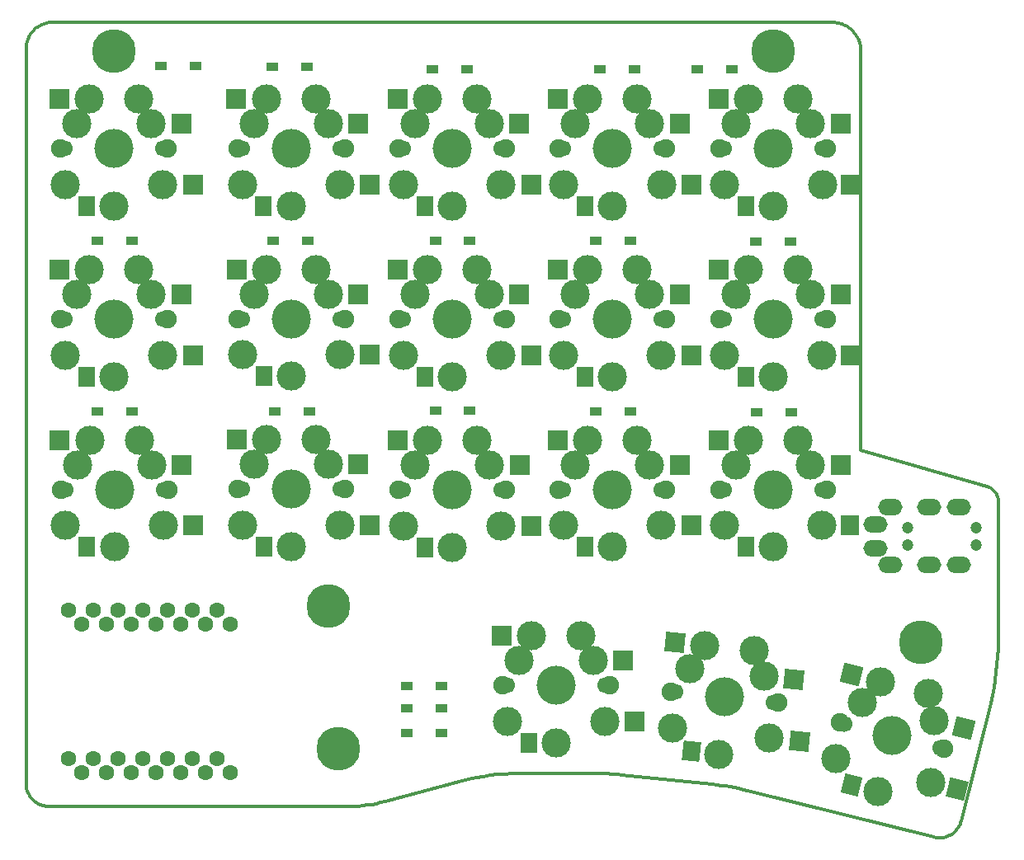
<source format=gts>
%TF.GenerationSoftware,KiCad,Pcbnew,(6.0.6)*%
%TF.CreationDate,2022-10-07T23:53:13+09:00*%
%TF.ProjectId,split-mini,73706c69-742d-46d6-996e-692e6b696361,rev?*%
%TF.SameCoordinates,Original*%
%TF.FileFunction,Soldermask,Top*%
%TF.FilePolarity,Negative*%
%FSLAX46Y46*%
G04 Gerber Fmt 4.6, Leading zero omitted, Abs format (unit mm)*
G04 Created by KiCad (PCBNEW (6.0.6)) date 2022-10-07 23:53:13*
%MOMM*%
%LPD*%
G01*
G04 APERTURE LIST*
G04 Aperture macros list*
%AMRotRect*
0 Rectangle, with rotation*
0 The origin of the aperture is its center*
0 $1 length*
0 $2 width*
0 $3 Rotation angle, in degrees counterclockwise*
0 Add horizontal line*
21,1,$1,$2,0,0,$3*%
G04 Aperture macros list end*
%TA.AperFunction,Profile*%
%ADD10C,0.349999*%
%TD*%
%ADD11C,3.000000*%
%ADD12C,1.700000*%
%ADD13C,1.900000*%
%ADD14C,4.000000*%
%ADD15R,2.000000X2.000000*%
%ADD16R,1.900000X2.000000*%
%ADD17R,1.800000X2.000000*%
%ADD18R,1.300000X0.950000*%
%ADD19RotRect,2.000000X2.000000X174.000000*%
%ADD20RotRect,1.800000X2.000000X174.000000*%
%ADD21RotRect,2.000000X2.000000X166.000000*%
%ADD22RotRect,1.800000X2.000000X166.000000*%
%ADD23RotRect,1.950000X2.000000X166.000000*%
%ADD24C,4.500000*%
%ADD25C,1.200000*%
%ADD26O,2.500000X1.700000*%
%ADD27C,1.600000*%
G04 APERTURE END LIST*
D10*
X120734058Y-85321050D02*
X120746346Y-84517181D01*
X94563467Y-99773630D02*
X95006416Y-99879974D01*
X21067121Y-99747413D02*
X21097288Y-99856121D01*
X95006416Y-99879974D02*
X95006416Y-99879974D01*
X106613959Y-23464589D02*
X106588365Y-23321274D01*
X21022792Y-99525582D02*
X21042263Y-99637170D01*
X21450528Y-100558221D02*
X21520346Y-100647842D01*
X23314208Y-21027240D02*
X23182826Y-21050152D01*
X120663178Y-69673555D02*
X120617953Y-69555976D01*
X120429619Y-69232038D02*
X120350533Y-69135311D01*
X116257734Y-104147387D02*
X116337281Y-104072331D01*
X65730083Y-98890289D02*
X65730083Y-98890289D01*
X104737877Y-21174101D02*
X104602654Y-21128344D01*
X120306060Y-89309528D02*
X120440307Y-88517806D01*
X106647491Y-64950611D02*
X106647491Y-23907794D01*
X114417834Y-104707695D02*
X114531519Y-104721167D01*
X22319756Y-101272024D02*
X22422725Y-101317646D01*
X21325017Y-100370023D02*
X21385392Y-100465551D01*
X116831755Y-103339065D02*
X116873233Y-103232363D01*
X114869318Y-104727193D02*
X114980256Y-104718084D01*
X116678483Y-103640152D02*
X116734207Y-103543064D01*
X21793434Y-21793513D02*
X21700478Y-21891184D01*
X106069327Y-22166530D02*
X105982931Y-22056589D01*
X105588428Y-21662081D02*
X105478488Y-21575683D01*
X104870037Y-21226211D02*
X104737877Y-21174101D01*
X79268402Y-98118347D02*
X79619825Y-98120645D01*
X119962618Y-68817891D02*
X119849615Y-68758387D01*
X120725055Y-69920137D02*
X120699003Y-69795107D01*
X21042263Y-99637170D02*
X21067121Y-99747413D01*
X120699003Y-69795107D02*
X120663178Y-69673555D01*
X81724553Y-98230937D02*
X82074291Y-98265381D01*
X119606995Y-68666672D02*
X106647491Y-64950611D01*
X21218860Y-100171147D02*
X21269480Y-100271825D01*
X21049932Y-23182830D02*
X21027007Y-23314210D01*
X23078052Y-101482078D02*
X23191759Y-101490535D01*
X20997490Y-99184639D02*
X21000327Y-99299127D01*
X115907617Y-104406218D02*
X115999590Y-104347927D01*
X105694026Y-21753553D02*
X105588428Y-21662081D01*
X105891460Y-21950990D02*
X105795097Y-21849917D01*
X23306244Y-101493370D02*
X54168747Y-101493347D01*
X23715622Y-20997488D02*
X23715622Y-20997488D01*
X21992830Y-21612950D02*
X21891115Y-21700567D01*
X57823814Y-101011581D02*
X57823814Y-101011581D01*
X120746346Y-84517181D02*
X120746346Y-70178646D01*
X120563702Y-69442866D02*
X120500800Y-69334721D01*
X120744992Y-70113118D02*
X120740961Y-70048149D01*
X21114721Y-22925043D02*
X21079201Y-23053033D01*
X21000556Y-23580829D02*
X20997215Y-23715622D01*
X93224898Y-99501293D02*
X93672605Y-99584271D01*
X115411094Y-104628832D02*
X115514710Y-104593834D01*
X116618357Y-103733828D02*
X116678483Y-103640152D01*
X55553294Y-101425245D02*
X56012088Y-101372398D01*
X21932681Y-101040365D02*
X22025351Y-101105499D01*
X79971141Y-98127542D02*
X80322305Y-98139037D01*
X94118828Y-99675056D02*
X94563467Y-99773630D01*
X119965073Y-90880112D02*
X120147626Y-90097149D01*
X21520346Y-100647842D02*
X21594767Y-100734227D01*
X21843058Y-100970549D02*
X21932681Y-101040365D01*
X116413290Y-103993343D02*
X116485588Y-103910527D01*
X114980256Y-104718084D02*
X115090076Y-104703590D01*
X92325451Y-99358830D02*
X92775813Y-99426140D01*
X119790967Y-68731954D02*
X119730949Y-68707815D01*
X22207471Y-21454070D02*
X22098356Y-21530754D01*
X103737228Y-20997492D02*
X23715622Y-20997488D01*
X116088715Y-104285289D02*
X116174821Y-104218407D01*
X105982931Y-22056589D02*
X105891460Y-21950990D01*
X104034787Y-21012522D02*
X103886991Y-21001281D01*
X116337281Y-104072331D02*
X116413290Y-103993343D01*
X22634779Y-101393589D02*
X22743485Y-101423753D01*
X23182826Y-21050152D02*
X23053027Y-21079407D01*
X21156400Y-22799082D02*
X21114721Y-22925043D01*
X21700478Y-21891184D02*
X21612850Y-21992890D01*
X105364387Y-21494542D02*
X105246308Y-21418842D01*
X22435573Y-21317612D02*
X22319950Y-21382992D01*
X69367896Y-98227495D02*
X70105548Y-98166918D01*
X22925033Y-21114915D02*
X22799069Y-21156581D01*
X103737228Y-20997492D02*
X103737228Y-20997492D01*
X115812969Y-104460058D02*
X115907617Y-104406218D01*
X54631255Y-101485768D02*
X55092893Y-101463051D01*
X82074291Y-98265381D02*
X91421310Y-99247810D01*
X104464550Y-21089126D02*
X104323750Y-21056627D01*
X21010518Y-23446950D02*
X21000556Y-23580829D01*
X104180434Y-21031031D02*
X104034787Y-21012522D01*
X119606995Y-68666672D02*
X119606995Y-68666672D01*
X22098356Y-21530754D02*
X21992830Y-21612950D01*
X115514710Y-104593834D02*
X115616343Y-104553970D01*
X21453948Y-22207514D02*
X21382859Y-22319987D01*
X106418789Y-22774986D02*
X106360509Y-22646071D01*
X106470898Y-22907146D02*
X106418789Y-22774986D01*
X80322305Y-98139037D02*
X80673272Y-98155126D01*
X21673714Y-100817184D02*
X21673714Y-100817184D01*
X106643705Y-23758032D02*
X106632466Y-23610236D01*
X55092893Y-101463051D02*
X55553294Y-101425245D01*
X80673272Y-98155126D02*
X81023999Y-98175807D01*
X105246308Y-21418842D02*
X105124435Y-21348765D01*
X106647491Y-64950611D02*
X106647491Y-64950611D01*
X57823814Y-101011581D02*
X65730083Y-98890289D01*
X56468906Y-101304560D02*
X56923379Y-101221779D01*
X79268402Y-98118347D02*
X79268402Y-98118347D01*
X106296240Y-22520586D02*
X106226164Y-22398712D01*
X70105548Y-98166918D02*
X70845185Y-98130517D01*
X116940735Y-103010071D02*
X116940735Y-103010071D01*
X54168747Y-101493347D02*
X54168747Y-101493347D01*
X119730949Y-68707815D02*
X119669610Y-68686034D01*
X106647491Y-23907794D02*
X106643705Y-23758032D01*
X21204145Y-22675373D02*
X21156400Y-22799082D01*
X116554001Y-103823988D02*
X116618357Y-103733828D01*
X56012088Y-101372398D02*
X56468906Y-101304560D01*
X57375138Y-101124103D02*
X57823814Y-101011581D01*
X120746346Y-70178646D02*
X120744992Y-70113118D01*
X67900910Y-98420864D02*
X68632820Y-98312169D01*
X21000327Y-99299127D02*
X21008788Y-99412838D01*
X23053027Y-21079407D02*
X22925033Y-21114915D01*
X91421310Y-99247810D02*
X91873916Y-99299381D01*
X71586216Y-98118370D02*
X71586216Y-98118370D01*
X21382859Y-22319987D02*
X21317467Y-22435603D01*
X20997490Y-99184639D02*
X20997490Y-99184639D01*
X21673714Y-100817184D02*
X21756673Y-100896129D01*
X114189873Y-104662933D02*
X114189873Y-104662933D01*
X21612850Y-21992890D02*
X21530643Y-22098408D01*
X23191759Y-101490535D02*
X23306244Y-101493370D01*
X82074291Y-98265381D02*
X82074291Y-98265381D01*
X115090076Y-104703590D02*
X115198604Y-104683814D01*
X21891115Y-21700567D02*
X21793434Y-21793513D01*
X106632466Y-23610236D02*
X106613959Y-23464589D01*
X92775813Y-99426140D02*
X93224898Y-99501293D01*
X120697243Y-86123603D02*
X120734058Y-85321050D01*
X22965311Y-101468076D02*
X23078052Y-101482078D01*
X114757434Y-104730812D02*
X114869318Y-104727193D01*
X21756673Y-100896129D02*
X21843058Y-100970549D01*
X116940735Y-103010071D02*
X119965073Y-90880112D01*
X120734300Y-69983801D02*
X120725055Y-69920137D01*
X119669610Y-68686034D02*
X119606995Y-68666672D01*
X23580829Y-21000816D02*
X23446950Y-21010763D01*
X115999590Y-104347927D02*
X116088715Y-104285289D01*
X106226164Y-22398712D02*
X106150466Y-22280632D01*
X81374440Y-98201078D02*
X81724553Y-98230937D01*
X104998950Y-21284494D02*
X104870037Y-21226211D01*
X22120879Y-101165872D02*
X22219077Y-101221407D01*
X116485588Y-103910527D02*
X116554001Y-103823988D01*
X21079201Y-23053033D02*
X21049932Y-23182830D01*
X23446950Y-21010763D02*
X23314208Y-21027240D01*
X116909617Y-103122663D02*
X116940735Y-103010071D01*
X22554116Y-21258022D02*
X22435573Y-21317612D01*
X120147626Y-90097149D02*
X120306060Y-89309528D01*
X21530643Y-22098408D02*
X21453948Y-22207514D01*
X106588365Y-23321274D02*
X106555869Y-23180473D01*
X120635967Y-86924286D02*
X120697243Y-86123603D01*
X116873233Y-103232363D02*
X116909617Y-103122663D01*
X68632820Y-98312169D02*
X69367896Y-98227495D01*
X22743485Y-101423753D02*
X22853726Y-101448609D01*
X120440307Y-88517806D02*
X120550299Y-87722539D01*
X22527796Y-101358194D02*
X22634779Y-101393589D01*
X21132686Y-99963106D02*
X21173236Y-100068177D01*
X22025351Y-101105499D02*
X22120879Y-101165872D01*
X95006416Y-99879974D02*
X114189873Y-104662933D01*
X21385392Y-100465551D02*
X21450528Y-100558221D01*
X21008788Y-99412838D02*
X21022792Y-99525582D01*
X115198604Y-104683814D02*
X115305668Y-104658860D01*
X67172756Y-98553501D02*
X67900910Y-98420864D01*
X106150466Y-22280632D02*
X106069327Y-22166530D01*
X21097288Y-99856121D02*
X21132686Y-99963106D01*
X120500800Y-69334721D02*
X120429619Y-69232038D01*
X21027007Y-23314210D02*
X21010518Y-23446950D01*
X116174821Y-104218407D02*
X116257734Y-104147387D01*
X120263917Y-69045037D02*
X120170143Y-68961712D01*
X70845185Y-98130517D02*
X71586216Y-98118370D01*
X91421310Y-99247810D02*
X91421310Y-99247810D01*
X22675355Y-21204314D02*
X22554116Y-21258022D01*
X21257865Y-22554139D02*
X21204145Y-22675373D01*
X22422725Y-101317646D02*
X22527796Y-101358194D01*
X114644776Y-104728838D02*
X114757434Y-104730812D01*
X116734207Y-103543064D02*
X116785355Y-103442667D01*
X120350533Y-69135311D02*
X120263917Y-69045037D01*
X120550299Y-87722539D02*
X120635967Y-86924286D01*
X21594767Y-100734227D02*
X21673714Y-100817184D01*
X106360509Y-22646071D02*
X106296240Y-22520586D01*
X79619825Y-98120645D02*
X79971141Y-98127542D01*
X115715821Y-104509343D02*
X115812969Y-104460058D01*
X120746346Y-70178646D02*
X120746346Y-70178646D01*
X20997215Y-23715622D02*
X20997215Y-23715622D01*
X104323750Y-21056627D02*
X104180434Y-21031031D01*
X71586216Y-98118370D02*
X79268402Y-98118347D01*
X105795097Y-21849917D02*
X105694026Y-21753553D01*
X119849615Y-68758387D02*
X119790967Y-68731954D01*
X54168747Y-101493347D02*
X54631255Y-101485768D01*
X116785355Y-103442667D02*
X116831755Y-103339065D01*
X120170143Y-68961712D02*
X120069586Y-68885831D01*
X66448951Y-98710002D02*
X67172756Y-98553501D01*
X104602654Y-21128344D02*
X104464550Y-21089126D01*
X114189873Y-104662933D02*
X114303894Y-104688319D01*
X22799069Y-21156581D02*
X22675355Y-21204314D01*
X120746346Y-84517181D02*
X120746346Y-84517181D01*
X120617953Y-69555976D02*
X120563702Y-69442866D01*
X114303894Y-104688319D02*
X114417834Y-104707695D01*
X106555869Y-23180473D02*
X106516652Y-23042369D01*
X65730083Y-98890289D02*
X66448951Y-98710002D01*
X81023999Y-98175807D02*
X81374440Y-98201078D01*
X21173236Y-100068177D02*
X21218860Y-100171147D01*
X115616343Y-104553970D02*
X115715821Y-104509343D01*
X106516652Y-23042369D02*
X106470898Y-22907146D01*
X23715622Y-20997488D02*
X23580829Y-21000816D01*
X120740961Y-70048149D02*
X120734300Y-69983801D01*
X22219077Y-101221407D02*
X22319756Y-101272024D01*
X56923379Y-101221779D02*
X57375138Y-101124103D01*
X103886991Y-21001281D02*
X103737228Y-20997492D01*
X22853726Y-101448609D02*
X22965311Y-101468076D01*
X105478488Y-21575683D02*
X105364387Y-21494542D01*
X119965073Y-90880112D02*
X119965073Y-90880112D01*
X105124435Y-21348765D02*
X104998950Y-21284494D01*
X21793434Y-21793513D02*
X21793434Y-21793513D01*
X93672605Y-99584271D02*
X94118828Y-99675056D01*
X21317467Y-22435603D02*
X21257865Y-22554139D01*
X20997215Y-23715622D02*
X20997490Y-99184639D01*
X23306244Y-101493370D02*
X23306244Y-101493370D01*
X22319950Y-21382992D02*
X22207471Y-21454070D01*
X91873916Y-99299381D02*
X92325451Y-99358830D01*
X120069586Y-68885831D02*
X119962618Y-68817891D01*
X21269480Y-100271825D02*
X21325017Y-100370023D01*
X115305668Y-104658860D02*
X115411094Y-104628832D01*
X114531519Y-104721167D02*
X114644776Y-104728838D01*
D11*
%TO.C,SW10*%
X92680000Y-55170000D03*
D12*
X102760000Y-51470000D03*
D11*
X97680000Y-57370000D03*
D13*
X103180000Y-51470000D03*
D11*
X101490000Y-48930000D03*
D14*
X97680000Y-51470000D03*
D11*
X95140000Y-46390000D03*
X93870000Y-48930000D03*
X100220000Y-46390000D03*
X102680000Y-55170000D03*
D12*
X92600000Y-51470000D03*
D13*
X92180000Y-51470000D03*
D15*
X92080000Y-46390000D03*
D16*
X105500000Y-55170000D03*
D17*
X94880000Y-57370000D03*
D15*
X104580000Y-48930000D03*
%TD*%
D18*
%TO.C,D13*%
X62985000Y-60890000D03*
X66535000Y-60890000D03*
%TD*%
D11*
%TO.C,SW13*%
X59740000Y-72680000D03*
D12*
X69820000Y-68980000D03*
D11*
X64740000Y-74880000D03*
D13*
X70240000Y-68980000D03*
D11*
X68550000Y-66440000D03*
D14*
X64740000Y-68980000D03*
D11*
X62200000Y-63900000D03*
X60930000Y-66440000D03*
X67280000Y-63900000D03*
X69740000Y-72680000D03*
D12*
X59660000Y-68980000D03*
D13*
X59240000Y-68980000D03*
D15*
X59140000Y-63900000D03*
X72840000Y-72680000D03*
D17*
X61940000Y-74880000D03*
D15*
X71640000Y-66440000D03*
%TD*%
D11*
%TO.C,SW9*%
X76170000Y-55160000D03*
D12*
X86250000Y-51460000D03*
D11*
X81170000Y-57360000D03*
D13*
X86670000Y-51460000D03*
D11*
X84980000Y-48920000D03*
D14*
X81170000Y-51460000D03*
D11*
X78630000Y-46380000D03*
X77360000Y-48920000D03*
X83710000Y-46380000D03*
X86170000Y-55160000D03*
D12*
X76090000Y-51460000D03*
D13*
X75670000Y-51460000D03*
D15*
X75570000Y-46380000D03*
X89270000Y-55160000D03*
D17*
X78370000Y-57360000D03*
D15*
X88070000Y-48920000D03*
%TD*%
D18*
%TO.C,D10*%
X95865000Y-43530000D03*
X99415000Y-43530000D03*
%TD*%
D11*
%TO.C,SW7*%
X43180000Y-55150000D03*
D12*
X53260000Y-51450000D03*
D11*
X48180000Y-57350000D03*
D13*
X53680000Y-51450000D03*
D11*
X51990000Y-48910000D03*
D14*
X48180000Y-51450000D03*
D11*
X45640000Y-46370000D03*
X44370000Y-48910000D03*
X50720000Y-46370000D03*
X53180000Y-55150000D03*
D12*
X43100000Y-51450000D03*
D13*
X42680000Y-51450000D03*
D15*
X42580000Y-46370000D03*
X56280000Y-55150000D03*
D17*
X45380000Y-57350000D03*
D15*
X55080000Y-48910000D03*
%TD*%
D11*
%TO.C,SW17*%
X87293535Y-93443789D03*
D12*
X97705071Y-90817705D03*
D11*
X92036182Y-96154379D03*
D13*
X98122770Y-90861607D03*
D11*
X96707531Y-88158868D03*
D14*
X92652900Y-90286700D03*
D11*
X90657819Y-84969026D03*
X89129274Y-87362361D03*
X95709990Y-85500031D03*
X97238754Y-94489073D03*
D12*
X87600729Y-89755695D03*
D13*
X87183030Y-89711793D03*
D19*
X87614582Y-84649169D03*
X100321772Y-94813112D03*
D20*
X89251521Y-95861699D03*
D19*
X99780603Y-88481861D03*
%TD*%
D11*
%TO.C,SW6*%
X25040000Y-55160000D03*
D12*
X35120000Y-51460000D03*
D11*
X30040000Y-57360000D03*
D13*
X35540000Y-51460000D03*
D11*
X33850000Y-48920000D03*
D14*
X30040000Y-51460000D03*
D11*
X27500000Y-46380000D03*
X26230000Y-48920000D03*
X32580000Y-46380000D03*
X35040000Y-55160000D03*
D12*
X24960000Y-51460000D03*
D13*
X24540000Y-51460000D03*
D15*
X24440000Y-46380000D03*
X38140000Y-55160000D03*
D17*
X27240000Y-57360000D03*
D15*
X36940000Y-48920000D03*
%TD*%
D11*
%TO.C,SW11*%
X25050000Y-72660000D03*
D12*
X35130000Y-68960000D03*
D11*
X30050000Y-74860000D03*
D13*
X35550000Y-68960000D03*
D11*
X33860000Y-66420000D03*
D14*
X30050000Y-68960000D03*
D11*
X27510000Y-63880000D03*
X26240000Y-66420000D03*
X32590000Y-63880000D03*
X35050000Y-72660000D03*
D12*
X24970000Y-68960000D03*
D13*
X24550000Y-68960000D03*
D15*
X24450000Y-63880000D03*
X38150000Y-72660000D03*
D17*
X27250000Y-74860000D03*
D15*
X36950000Y-66420000D03*
%TD*%
D11*
%TO.C,SW3*%
X59710000Y-37650000D03*
D12*
X69790000Y-33950000D03*
D11*
X64710000Y-39850000D03*
D13*
X70210000Y-33950000D03*
D11*
X68520000Y-31410000D03*
D14*
X64710000Y-33950000D03*
D11*
X62170000Y-28870000D03*
X60900000Y-31410000D03*
X67250000Y-28870000D03*
X69710000Y-37650000D03*
D12*
X59630000Y-33950000D03*
D13*
X59210000Y-33950000D03*
D15*
X59110000Y-28870000D03*
X72810000Y-37650000D03*
D17*
X61910000Y-39850000D03*
D15*
X71610000Y-31410000D03*
%TD*%
%TO.C,SW5*%
X104590000Y-31420000D03*
D17*
X94890000Y-39860000D03*
D16*
X105500000Y-37660000D03*
D15*
X92090000Y-28880000D03*
D13*
X92190000Y-33960000D03*
D12*
X92610000Y-33960000D03*
D11*
X102690000Y-37660000D03*
X100230000Y-28880000D03*
X93880000Y-31420000D03*
X95150000Y-28880000D03*
D14*
X97690000Y-33960000D03*
D11*
X101500000Y-31420000D03*
D13*
X103190000Y-33960000D03*
D11*
X97690000Y-39860000D03*
D12*
X102770000Y-33960000D03*
D11*
X92690000Y-37660000D03*
%TD*%
%TO.C,SW15*%
X92670000Y-72660000D03*
D12*
X102750000Y-68960000D03*
D11*
X97670000Y-74860000D03*
D13*
X103170000Y-68960000D03*
D11*
X101480000Y-66420000D03*
D14*
X97670000Y-68960000D03*
D11*
X95130000Y-63880000D03*
X93860000Y-66420000D03*
X100210000Y-63880000D03*
X102670000Y-72660000D03*
D12*
X92590000Y-68960000D03*
D13*
X92170000Y-68960000D03*
D15*
X92070000Y-63880000D03*
D16*
X105500000Y-72660000D03*
D17*
X94870000Y-74860000D03*
D15*
X104570000Y-66420000D03*
%TD*%
D11*
%TO.C,SW16*%
X70370000Y-92780000D03*
D12*
X80450000Y-89080000D03*
D11*
X75370000Y-94980000D03*
D13*
X80870000Y-89080000D03*
D11*
X79180000Y-86540000D03*
D14*
X75370000Y-89080000D03*
D11*
X72830000Y-84000000D03*
X71560000Y-86540000D03*
X77910000Y-84000000D03*
X80370000Y-92780000D03*
D12*
X70290000Y-89080000D03*
D13*
X69870000Y-89080000D03*
D15*
X69770000Y-84000000D03*
X83470000Y-92780000D03*
D17*
X72570000Y-94980000D03*
D15*
X82270000Y-86540000D03*
%TD*%
D21*
%TO.C,SW18*%
X117178622Y-93443710D03*
D22*
X105724933Y-99286363D03*
D23*
X116500000Y-99700000D03*
D21*
X105664407Y-87955135D03*
D13*
X104532474Y-92908430D03*
D12*
X104939998Y-93010037D03*
D11*
X113825468Y-99038704D03*
X113562614Y-89924379D03*
X106786755Y-90852726D03*
X108633512Y-88695416D03*
D14*
X109869100Y-94239000D03*
D11*
X114180408Y-92696171D03*
D13*
X115205726Y-95569570D03*
D11*
X108441761Y-99963745D03*
D12*
X114798202Y-95467963D03*
D11*
X104122510Y-96619485D03*
%TD*%
%TO.C,SW8*%
X59710000Y-55160000D03*
D12*
X69790000Y-51460000D03*
D11*
X64710000Y-57360000D03*
D13*
X70210000Y-51460000D03*
D11*
X68520000Y-48920000D03*
D14*
X64710000Y-51460000D03*
D11*
X62170000Y-46380000D03*
X60900000Y-48920000D03*
X67250000Y-46380000D03*
X69710000Y-55160000D03*
D12*
X59630000Y-51460000D03*
D13*
X59210000Y-51460000D03*
D15*
X59110000Y-46380000D03*
X72810000Y-55160000D03*
D17*
X61910000Y-57360000D03*
D15*
X71610000Y-48920000D03*
%TD*%
D11*
%TO.C,SW2*%
X43170000Y-37650000D03*
D12*
X53250000Y-33950000D03*
D11*
X48170000Y-39850000D03*
D13*
X53670000Y-33950000D03*
D11*
X51980000Y-31410000D03*
D14*
X48170000Y-33950000D03*
D11*
X45630000Y-28870000D03*
X44360000Y-31410000D03*
X50710000Y-28870000D03*
X53170000Y-37650000D03*
D12*
X43090000Y-33950000D03*
D13*
X42670000Y-33950000D03*
D15*
X42570000Y-28870000D03*
X56270000Y-37650000D03*
D17*
X45370000Y-39850000D03*
D15*
X55070000Y-31410000D03*
%TD*%
D11*
%TO.C,SW12*%
X43180000Y-72640000D03*
D12*
X53260000Y-68940000D03*
D11*
X48180000Y-74840000D03*
D13*
X53680000Y-68940000D03*
D11*
X51990000Y-66400000D03*
D14*
X48180000Y-68940000D03*
D11*
X45640000Y-63860000D03*
X44370000Y-66400000D03*
X50720000Y-63860000D03*
X53180000Y-72640000D03*
D12*
X43100000Y-68940000D03*
D13*
X42680000Y-68940000D03*
D15*
X42580000Y-63860000D03*
X56280000Y-72640000D03*
D17*
X45380000Y-74840000D03*
D15*
X55080000Y-66400000D03*
%TD*%
D11*
%TO.C,SW14*%
X76160000Y-72660000D03*
D12*
X86240000Y-68960000D03*
D11*
X81160000Y-74860000D03*
D13*
X86660000Y-68960000D03*
D11*
X84970000Y-66420000D03*
D14*
X81160000Y-68960000D03*
D11*
X78620000Y-63880000D03*
X77350000Y-66420000D03*
X83700000Y-63880000D03*
X86160000Y-72660000D03*
D12*
X76080000Y-68960000D03*
D13*
X75660000Y-68960000D03*
D15*
X75560000Y-63880000D03*
X89260000Y-72660000D03*
D17*
X78360000Y-74860000D03*
D15*
X88060000Y-66420000D03*
%TD*%
D11*
%TO.C,SW1*%
X25040000Y-37630000D03*
D12*
X35120000Y-33930000D03*
D11*
X30040000Y-39830000D03*
D13*
X35540000Y-33930000D03*
D11*
X33850000Y-31390000D03*
D14*
X30040000Y-33930000D03*
D11*
X27500000Y-28850000D03*
X26230000Y-31390000D03*
X32580000Y-28850000D03*
X35040000Y-37630000D03*
D12*
X24960000Y-33930000D03*
D13*
X24540000Y-33930000D03*
D15*
X24440000Y-28850000D03*
X38140000Y-37630000D03*
D17*
X27240000Y-39830000D03*
D15*
X36940000Y-31390000D03*
%TD*%
D11*
%TO.C,SW4*%
X76180000Y-37630000D03*
D12*
X86260000Y-33930000D03*
D11*
X81180000Y-39830000D03*
D13*
X86680000Y-33930000D03*
D11*
X84990000Y-31390000D03*
D14*
X81180000Y-33930000D03*
D11*
X78640000Y-28850000D03*
X77370000Y-31390000D03*
X83720000Y-28850000D03*
X86180000Y-37630000D03*
D12*
X76100000Y-33930000D03*
D13*
X75680000Y-33930000D03*
D15*
X75580000Y-28850000D03*
X89280000Y-37630000D03*
D17*
X78380000Y-39830000D03*
D15*
X88080000Y-31390000D03*
%TD*%
D18*
%TO.C,D7*%
X46315000Y-43410000D03*
X49865000Y-43410000D03*
%TD*%
%TO.C,D6*%
X28305000Y-43450000D03*
X31855000Y-43450000D03*
%TD*%
%TO.C,D9*%
X79415000Y-43450000D03*
X82965000Y-43450000D03*
%TD*%
%TO.C,D16*%
X60055000Y-89150000D03*
X63605000Y-89150000D03*
%TD*%
%TO.C,D11*%
X28315000Y-60950000D03*
X31865000Y-60950000D03*
%TD*%
%TO.C,D14*%
X79475000Y-60910000D03*
X83025000Y-60910000D03*
%TD*%
%TO.C,D17*%
X60035000Y-91450000D03*
X63585000Y-91450000D03*
%TD*%
D24*
%TO.C,HOLE3*%
X52020000Y-80950000D03*
%TD*%
D18*
%TO.C,D1*%
X34795000Y-25440000D03*
X38345000Y-25440000D03*
%TD*%
D24*
%TO.C,HOLE5*%
X112800000Y-84690000D03*
%TD*%
D18*
%TO.C,D18*%
X60075000Y-93940000D03*
X63625000Y-93940000D03*
%TD*%
D24*
%TO.C,HOLE4*%
X53040000Y-95600000D03*
%TD*%
D18*
%TO.C,D4*%
X79895000Y-25820000D03*
X83445000Y-25820000D03*
%TD*%
D25*
%TO.C,J1*%
X118460000Y-74625000D03*
X111460000Y-74625000D03*
X118460000Y-72875000D03*
X111460000Y-72875000D03*
D26*
X108160000Y-74975000D03*
X108160000Y-72525000D03*
X116660000Y-76725000D03*
X116660000Y-70775000D03*
X113660000Y-76725000D03*
X113660000Y-70775000D03*
X109660000Y-76725000D03*
X109660000Y-70775000D03*
%TD*%
D18*
%TO.C,D3*%
X62715000Y-25820000D03*
X66265000Y-25820000D03*
%TD*%
D24*
%TO.C,HOLE2*%
X97680000Y-23950000D03*
%TD*%
D27*
%TO.C,U1*%
X26686500Y-98011200D03*
X25387500Y-81378700D03*
X27927500Y-81378700D03*
X29226500Y-98011200D03*
X30467500Y-81378700D03*
X31766500Y-98011200D03*
X34306500Y-98011200D03*
X33007500Y-81378700D03*
X35547500Y-81378700D03*
X36846500Y-98011200D03*
X38087500Y-81378700D03*
X39386500Y-98011200D03*
X40627500Y-81378700D03*
X41926500Y-98011200D03*
X41926500Y-82776200D03*
X40627500Y-96613700D03*
X39386500Y-82776200D03*
X38087500Y-96613700D03*
X35547500Y-96613700D03*
X36846500Y-82776200D03*
X34306500Y-82776200D03*
X33007500Y-96613700D03*
X31766500Y-82776200D03*
X30467500Y-96613700D03*
X27927500Y-96613700D03*
X29226500Y-82776200D03*
X26686500Y-82776200D03*
X25387500Y-96613700D03*
%TD*%
D18*
%TO.C,D15*%
X95985000Y-61020000D03*
X99535000Y-61020000D03*
%TD*%
D24*
%TO.C,HOLE1*%
X30040000Y-23950000D03*
%TD*%
D18*
%TO.C,D5*%
X89885000Y-25800000D03*
X93435000Y-25800000D03*
%TD*%
%TO.C,D8*%
X62985000Y-43450000D03*
X66535000Y-43450000D03*
%TD*%
%TO.C,D2*%
X46245000Y-25530000D03*
X49795000Y-25530000D03*
%TD*%
%TO.C,D12*%
X46535000Y-60920000D03*
X50085000Y-60920000D03*
%TD*%
M02*

</source>
